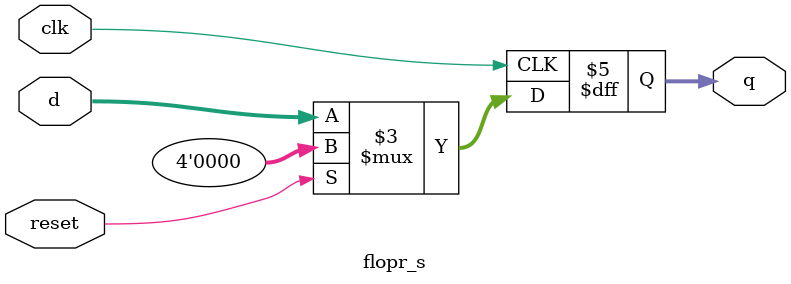
<source format=sv>
module flopr_s(
	input logic clk,
	input logic reset,
	input logic [3:0] d,
	output logic [3:0] q
);
	always_ff @(posedge clk)
		if (reset) q <= 4'b0;
		else q <= d;
endmodule

</source>
